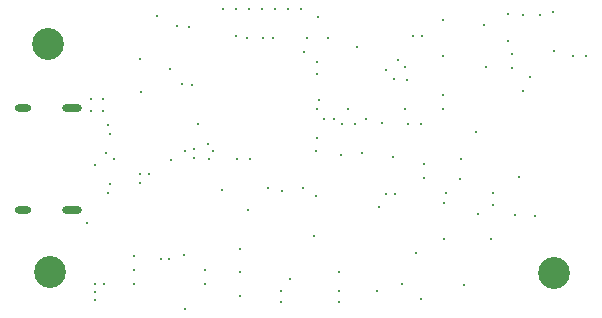
<source format=gbr>
%TF.GenerationSoftware,KiCad,Pcbnew,6.0.10-86aedd382b~118~ubuntu22.04.1*%
%TF.CreationDate,2023-01-11T10:16:45+01:00*%
%TF.ProjectId,nuc-compute-cluster-environment-sensor,6e75632d-636f-46d7-9075-74652d636c75,rev?*%
%TF.SameCoordinates,Original*%
%TF.FileFunction,Plated,1,4,PTH,Mixed*%
%TF.FilePolarity,Positive*%
%FSLAX46Y46*%
G04 Gerber Fmt 4.6, Leading zero omitted, Abs format (unit mm)*
G04 Created by KiCad (PCBNEW 6.0.10-86aedd382b~118~ubuntu22.04.1) date 2023-01-11 10:16:45 commit a17aeb8*
%MOMM*%
%LPD*%
G01*
G04 APERTURE LIST*
%TA.AperFunction,ViaDrill*%
%ADD10C,0.250000*%
%TD*%
G04 aperture for slot hole*
%TA.AperFunction,ComponentDrill*%
%ADD11O,1.400000X0.600000*%
%TD*%
G04 aperture for slot hole*
%TA.AperFunction,ComponentDrill*%
%ADD12O,1.700000X0.600000*%
%TD*%
%TA.AperFunction,ComponentDrill*%
%ADD13C,2.700000*%
%TD*%
G04 APERTURE END LIST*
D10*
X6800000Y7850000D03*
X7150000Y18300000D03*
X7150000Y17300000D03*
X7485000Y12750000D03*
X7550000Y2700000D03*
X7550000Y2000000D03*
X7550000Y1300000D03*
X8150000Y18300000D03*
X8150000Y17300000D03*
X8250000Y2700000D03*
X8485000Y13750000D03*
X8650000Y16150000D03*
X8650000Y10350000D03*
X8800000Y15350000D03*
X8800000Y11150000D03*
X9105274Y13248080D03*
X10850000Y5000000D03*
X10850000Y3850000D03*
X10850000Y2700000D03*
X11300000Y12000000D03*
X11300000Y11250000D03*
X11350000Y21750000D03*
X11450000Y18950000D03*
X12050000Y12000000D03*
X12800000Y25350000D03*
X13100000Y4750000D03*
X13800000Y4750000D03*
X13850000Y20900000D03*
X13950000Y13200000D03*
X14450000Y24500000D03*
X14850000Y19600000D03*
X15050000Y5100000D03*
X15100000Y13900000D03*
X15100000Y550000D03*
X15450000Y24450000D03*
X15700000Y19500000D03*
X15900000Y14100000D03*
X15900000Y13350000D03*
X16250000Y16200000D03*
X16850000Y3850000D03*
X16850000Y2700000D03*
X17095878Y14554122D03*
X17200000Y13250000D03*
X17535188Y13920375D03*
X18300000Y10650000D03*
X18350000Y25950000D03*
X19450000Y25950000D03*
X19450000Y23650000D03*
X19550000Y13250000D03*
X19800000Y5650000D03*
X19800000Y1650000D03*
X19810000Y3700000D03*
X20350000Y23450000D03*
X20500000Y8950000D03*
X20550000Y25950000D03*
X20650000Y13250000D03*
X21650000Y25950000D03*
X21750000Y23450000D03*
X22125000Y10775000D03*
X22600000Y23450000D03*
X22750000Y25950000D03*
X23269500Y2100000D03*
X23280500Y1100000D03*
X23350000Y10550000D03*
X23850000Y25950000D03*
X24050000Y3050000D03*
X24950000Y25950000D03*
X25150000Y10750000D03*
X25250500Y22300000D03*
X25500000Y23450000D03*
X26095984Y6745984D03*
X26250000Y13900000D03*
X26250000Y10150000D03*
X26300000Y17450000D03*
X26300000Y15050000D03*
X26350000Y21500000D03*
X26350000Y20400000D03*
X26400000Y25300000D03*
X26450000Y18250000D03*
X26900000Y16650000D03*
X27250000Y23500000D03*
X27750000Y16650000D03*
X28150000Y3700000D03*
X28150000Y2050000D03*
X28150000Y1100000D03*
X28350000Y13600000D03*
X28450000Y16200000D03*
X28950000Y17450000D03*
X29550000Y16200000D03*
X29700000Y22750000D03*
X30113345Y13787331D03*
X30500000Y16600000D03*
X31425500Y2100000D03*
X31600000Y9150000D03*
X31800000Y16300000D03*
X32150000Y20800000D03*
X32150000Y10250000D03*
X32750000Y13450000D03*
X32850000Y20050000D03*
X32900000Y10250000D03*
X33150000Y21650000D03*
X33500000Y2700498D03*
X33800000Y21000000D03*
X33800000Y17450000D03*
X33900000Y19950000D03*
X34000000Y16225500D03*
X34400000Y23650000D03*
X34650000Y5300000D03*
X35100000Y16200000D03*
X35150000Y1400000D03*
X35204122Y23645878D03*
X35350000Y12850000D03*
X35350000Y11650000D03*
X37000000Y25000000D03*
X37000000Y22000000D03*
X37000000Y18700000D03*
X37000000Y17450000D03*
X37100000Y9500000D03*
X37100000Y6500000D03*
X37250000Y10350000D03*
X38400000Y11550000D03*
X38500000Y13250000D03*
X38750000Y2600000D03*
X39800000Y15550000D03*
X39900000Y8600000D03*
X40450000Y24600000D03*
X40600000Y21000000D03*
X41000000Y6450000D03*
X41174500Y10350000D03*
X41225500Y9350000D03*
X42500000Y25550000D03*
X42500000Y23250000D03*
X42800000Y22150000D03*
X42800000Y20950000D03*
X43100000Y8500000D03*
X43450000Y11750000D03*
X43750000Y25450000D03*
X43750000Y19000000D03*
X44350000Y20150000D03*
X44800000Y8450000D03*
X45150000Y25450000D03*
X46300000Y25650000D03*
X46350000Y22400000D03*
X47950000Y22000000D03*
X49100000Y22000000D03*
D11*
%TO.C,J1*%
X1385000Y17570000D03*
X1385000Y8930000D03*
D12*
X5565000Y17570000D03*
X5565000Y8930000D03*
D13*
%TO.C,MP1*%
X3550000Y22950000D03*
%TO.C,MP2*%
X3700000Y3700000D03*
%TO.C,MP3*%
X46400000Y3600000D03*
M02*

</source>
